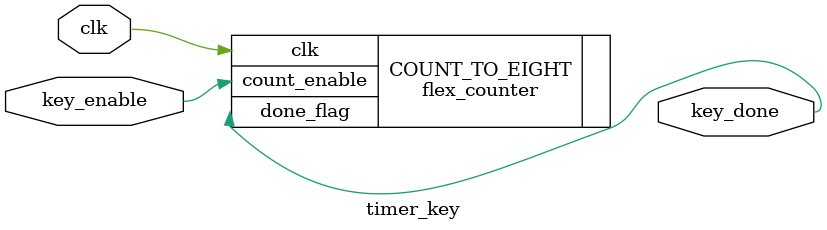
<source format=sv>


module timer_key
(
  input wire clk,
  input wire key_enable,
  output reg key_done
);


flex_counter #(.NUM_CNT_BITS(4),.NUM_TO_COUNT(8)) COUNT_TO_EIGHT
(
  .clk(clk), 
  .count_enable(key_enable), 
  .done_flag(key_done)
);



endmodule

</source>
